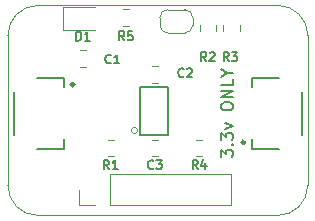
<source format=gbr>
%TF.GenerationSoftware,KiCad,Pcbnew,5.1.5+dfsg1-2~bpo10+1*%
%TF.CreationDate,Date%
%TF.ProjectId,Gesture Sensor,47657374-7572-4652-9053-656e736f722e,rev?*%
%TF.SameCoordinates,Original*%
%TF.FileFunction,Legend,Top*%
%TF.FilePolarity,Positive*%
%FSLAX45Y45*%
G04 Gerber Fmt 4.5, Leading zero omitted, Abs format (unit mm)*
G04 Created by KiCad*
%MOMM*%
%LPD*%
G04 APERTURE LIST*
%ADD10C,0.150000*%
%ADD11C,0.050000*%
%ADD12C,0.300000*%
%ADD13C,0.127000*%
%ADD14C,0.120000*%
%ADD15C,0.203200*%
%ADD16C,0.100000*%
%ADD17R,1.650000X0.700000*%
%ADD18R,1.900000X1.300000*%
%ADD19C,3.900000*%
%ADD20O,1.800000X1.800000*%
%ADD21R,1.800000X1.800000*%
%ADD22R,0.700000X0.820000*%
G04 APERTURE END LIST*
D10*
X14888058Y-5855448D02*
X14888058Y-5793543D01*
X14926153Y-5826876D01*
X14926153Y-5812590D01*
X14930915Y-5803067D01*
X14935677Y-5798305D01*
X14945201Y-5793543D01*
X14969010Y-5793543D01*
X14978534Y-5798305D01*
X14983296Y-5803067D01*
X14988058Y-5812590D01*
X14988058Y-5841162D01*
X14983296Y-5850686D01*
X14978534Y-5855448D01*
X14978534Y-5750686D02*
X14983296Y-5745924D01*
X14988058Y-5750686D01*
X14983296Y-5755448D01*
X14978534Y-5750686D01*
X14988058Y-5750686D01*
X14888058Y-5712590D02*
X14888058Y-5650686D01*
X14926153Y-5684019D01*
X14926153Y-5669733D01*
X14930915Y-5660210D01*
X14935677Y-5655448D01*
X14945201Y-5650686D01*
X14969010Y-5650686D01*
X14978534Y-5655448D01*
X14983296Y-5660210D01*
X14988058Y-5669733D01*
X14988058Y-5698305D01*
X14983296Y-5707829D01*
X14978534Y-5712590D01*
X14921391Y-5617352D02*
X14988058Y-5593543D01*
X14921391Y-5569733D01*
X14888058Y-5436400D02*
X14888058Y-5417352D01*
X14892820Y-5407829D01*
X14902344Y-5398305D01*
X14921391Y-5393543D01*
X14954725Y-5393543D01*
X14973772Y-5398305D01*
X14983296Y-5407829D01*
X14988058Y-5417352D01*
X14988058Y-5436400D01*
X14983296Y-5445924D01*
X14973772Y-5455448D01*
X14954725Y-5460210D01*
X14921391Y-5460210D01*
X14902344Y-5455448D01*
X14892820Y-5445924D01*
X14888058Y-5436400D01*
X14988058Y-5350686D02*
X14888058Y-5350686D01*
X14988058Y-5293543D01*
X14888058Y-5293543D01*
X14988058Y-5198305D02*
X14988058Y-5245924D01*
X14888058Y-5245924D01*
X14940439Y-5145924D02*
X14988058Y-5145924D01*
X14888058Y-5179257D02*
X14940439Y-5145924D01*
X14888058Y-5112591D01*
D11*
X13335000Y-6350000D02*
G75*
G02X13081000Y-6096000I0J254000D01*
G01*
X15367000Y-4572000D02*
G75*
G02X15621000Y-4826000I0J-254000D01*
G01*
X15621000Y-6096000D02*
G75*
G02X15367000Y-6350000I-254000J0D01*
G01*
X13081000Y-4826000D02*
G75*
G02X13335000Y-4572000I254000J0D01*
G01*
X13335000Y-4572000D02*
X15367000Y-4572000D01*
X13081000Y-4826000D02*
X13081000Y-6096000D01*
X15621000Y-4826000D02*
X15621000Y-6096000D01*
X13335000Y-6350000D02*
X15367000Y-6350000D01*
D12*
X13637500Y-5241400D02*
G75*
G03X13637500Y-5241400I-10000J0D01*
G01*
D13*
X13556500Y-5266400D02*
X13556500Y-5186400D01*
X13556500Y-5186400D02*
X13329000Y-5186400D01*
X13556500Y-5706400D02*
X13556500Y-5786400D01*
X13556500Y-5786400D02*
X13329000Y-5786400D01*
X13131500Y-5306400D02*
X13131500Y-5666400D01*
D12*
X15084500Y-5731400D02*
G75*
G03X15084500Y-5731400I-10000J0D01*
G01*
D13*
X15145500Y-5706400D02*
X15145500Y-5786400D01*
X15145500Y-5786400D02*
X15373000Y-5786400D01*
X15145500Y-5266400D02*
X15145500Y-5186400D01*
X15145500Y-5186400D02*
X15373000Y-5186400D01*
X15570500Y-5666400D02*
X15570500Y-5306400D01*
D14*
X14106245Y-4605720D02*
X14053995Y-4605720D01*
X14106245Y-4747720D02*
X14053995Y-4747720D01*
X14676295Y-5849500D02*
X14728545Y-5849500D01*
X14676295Y-5707500D02*
X14728545Y-5707500D01*
X14902300Y-4738915D02*
X14902300Y-4791165D01*
X15044300Y-4738915D02*
X15044300Y-4791165D01*
X14704180Y-4738915D02*
X14704180Y-4791165D01*
X14846180Y-4738915D02*
X14846180Y-4791165D01*
X13925195Y-5849500D02*
X13977445Y-5849500D01*
X13925195Y-5707500D02*
X13977445Y-5707500D01*
X14352625Y-5707500D02*
X14300375Y-5707500D01*
X14352625Y-5849500D02*
X14300375Y-5849500D01*
X14352625Y-5082660D02*
X14300375Y-5082660D01*
X14352625Y-5224660D02*
X14300375Y-5224660D01*
X13740485Y-4950580D02*
X13688235Y-4950580D01*
X13740485Y-5092580D02*
X13688235Y-5092580D01*
X14968000Y-6264000D02*
X14968000Y-5998000D01*
X13946000Y-6264000D02*
X14968000Y-6264000D01*
X13946000Y-5998000D02*
X14968000Y-5998000D01*
X13946000Y-6264000D02*
X13946000Y-5998000D01*
X13819000Y-6264000D02*
X13686000Y-6264000D01*
X13686000Y-6264000D02*
X13686000Y-6131000D01*
X14647440Y-4676720D02*
X14647440Y-4736720D01*
X14437440Y-4606720D02*
X14577440Y-4606720D01*
X14367440Y-4736720D02*
X14367440Y-4676720D01*
X14577440Y-4806720D02*
X14437440Y-4806720D01*
X14647440Y-4736720D02*
G75*
G02X14577440Y-4806720I-70000J0D01*
G01*
X14577440Y-4606720D02*
G75*
G02X14647440Y-4676720I0J-70000D01*
G01*
X14367440Y-4676720D02*
G75*
G02X14437440Y-4606720I70000J0D01*
G01*
X14437440Y-4806720D02*
G75*
G02X14367440Y-4736720I0J70000D01*
G01*
X13818540Y-4585220D02*
X13550040Y-4585220D01*
X13550040Y-4585220D02*
X13550040Y-4777220D01*
X13550040Y-4777220D02*
X13818540Y-4777220D01*
D15*
X14438980Y-5670620D02*
X14196980Y-5670620D01*
D16*
X14178980Y-5630820D02*
G75*
G03X14178980Y-5630820I-25400J0D01*
G01*
D15*
X14438980Y-5266620D02*
X14196980Y-5266620D01*
X14438980Y-5670620D02*
X14438980Y-5266620D01*
X14196980Y-5670620D02*
X14196980Y-5266620D01*
D10*
X14067620Y-4867549D02*
X14042620Y-4831834D01*
X14024763Y-4867549D02*
X14024763Y-4792549D01*
X14053334Y-4792549D01*
X14060477Y-4796120D01*
X14064048Y-4799691D01*
X14067620Y-4806834D01*
X14067620Y-4817549D01*
X14064048Y-4824691D01*
X14060477Y-4828263D01*
X14053334Y-4831834D01*
X14024763Y-4831834D01*
X14135477Y-4792549D02*
X14099763Y-4792549D01*
X14096191Y-4828263D01*
X14099763Y-4824691D01*
X14106906Y-4821120D01*
X14124763Y-4821120D01*
X14131906Y-4824691D01*
X14135477Y-4828263D01*
X14139048Y-4835406D01*
X14139048Y-4853263D01*
X14135477Y-4860406D01*
X14131906Y-4863977D01*
X14124763Y-4867549D01*
X14106906Y-4867549D01*
X14099763Y-4863977D01*
X14096191Y-4860406D01*
X14689920Y-5954668D02*
X14664920Y-5918954D01*
X14647063Y-5954668D02*
X14647063Y-5879668D01*
X14675634Y-5879668D01*
X14682777Y-5883240D01*
X14686348Y-5886811D01*
X14689920Y-5893954D01*
X14689920Y-5904668D01*
X14686348Y-5911811D01*
X14682777Y-5915383D01*
X14675634Y-5918954D01*
X14647063Y-5918954D01*
X14754206Y-5904668D02*
X14754206Y-5954668D01*
X14736348Y-5876097D02*
X14718491Y-5929668D01*
X14764920Y-5929668D01*
X14950640Y-5042809D02*
X14925640Y-5007094D01*
X14907783Y-5042809D02*
X14907783Y-4967809D01*
X14936354Y-4967809D01*
X14943497Y-4971380D01*
X14947068Y-4974951D01*
X14950640Y-4982094D01*
X14950640Y-4992809D01*
X14947068Y-4999951D01*
X14943497Y-5003523D01*
X14936354Y-5007094D01*
X14907783Y-5007094D01*
X14975640Y-4967809D02*
X15022068Y-4967809D01*
X14997068Y-4996380D01*
X15007783Y-4996380D01*
X15014926Y-4999951D01*
X15018497Y-5003523D01*
X15022068Y-5010666D01*
X15022068Y-5028523D01*
X15018497Y-5035666D01*
X15014926Y-5039237D01*
X15007783Y-5042809D01*
X14986354Y-5042809D01*
X14979211Y-5039237D01*
X14975640Y-5035666D01*
X14762680Y-5042809D02*
X14737680Y-5007094D01*
X14719823Y-5042809D02*
X14719823Y-4967809D01*
X14748394Y-4967809D01*
X14755537Y-4971380D01*
X14759108Y-4974951D01*
X14762680Y-4982094D01*
X14762680Y-4992809D01*
X14759108Y-4999951D01*
X14755537Y-5003523D01*
X14748394Y-5007094D01*
X14719823Y-5007094D01*
X14791251Y-4974951D02*
X14794823Y-4971380D01*
X14801966Y-4967809D01*
X14819823Y-4967809D01*
X14826966Y-4971380D01*
X14830537Y-4974951D01*
X14834108Y-4982094D01*
X14834108Y-4989237D01*
X14830537Y-4999951D01*
X14787680Y-5042809D01*
X14834108Y-5042809D01*
X13938820Y-5957208D02*
X13913820Y-5921494D01*
X13895963Y-5957208D02*
X13895963Y-5882208D01*
X13924534Y-5882208D01*
X13931677Y-5885780D01*
X13935248Y-5889351D01*
X13938820Y-5896494D01*
X13938820Y-5907208D01*
X13935248Y-5914351D01*
X13931677Y-5917923D01*
X13924534Y-5921494D01*
X13895963Y-5921494D01*
X14010248Y-5957208D02*
X13967391Y-5957208D01*
X13988820Y-5957208D02*
X13988820Y-5882208D01*
X13981677Y-5892923D01*
X13974534Y-5900066D01*
X13967391Y-5903637D01*
X14314000Y-5950066D02*
X14310428Y-5953637D01*
X14299714Y-5957208D01*
X14292571Y-5957208D01*
X14281857Y-5953637D01*
X14274714Y-5946494D01*
X14271143Y-5939351D01*
X14267571Y-5925066D01*
X14267571Y-5914351D01*
X14271143Y-5900066D01*
X14274714Y-5892923D01*
X14281857Y-5885780D01*
X14292571Y-5882208D01*
X14299714Y-5882208D01*
X14310428Y-5885780D01*
X14314000Y-5889351D01*
X14339000Y-5882208D02*
X14385428Y-5882208D01*
X14360428Y-5910780D01*
X14371143Y-5910780D01*
X14378286Y-5914351D01*
X14381857Y-5917923D01*
X14385428Y-5925066D01*
X14385428Y-5942923D01*
X14381857Y-5950066D01*
X14378286Y-5953637D01*
X14371143Y-5957208D01*
X14349714Y-5957208D01*
X14342571Y-5953637D01*
X14339000Y-5950066D01*
X14569640Y-5172826D02*
X14566068Y-5176397D01*
X14555354Y-5179969D01*
X14548211Y-5179969D01*
X14537497Y-5176397D01*
X14530354Y-5169254D01*
X14526783Y-5162111D01*
X14523211Y-5147826D01*
X14523211Y-5137111D01*
X14526783Y-5122826D01*
X14530354Y-5115683D01*
X14537497Y-5108540D01*
X14548211Y-5104969D01*
X14555354Y-5104969D01*
X14566068Y-5108540D01*
X14569640Y-5112111D01*
X14598211Y-5112111D02*
X14601783Y-5108540D01*
X14608926Y-5104969D01*
X14626783Y-5104969D01*
X14633926Y-5108540D01*
X14637497Y-5112111D01*
X14641068Y-5119254D01*
X14641068Y-5126397D01*
X14637497Y-5137111D01*
X14594640Y-5179969D01*
X14641068Y-5179969D01*
X13952420Y-5055986D02*
X13948848Y-5059557D01*
X13938134Y-5063129D01*
X13930991Y-5063129D01*
X13920277Y-5059557D01*
X13913134Y-5052414D01*
X13909563Y-5045271D01*
X13905991Y-5030986D01*
X13905991Y-5020271D01*
X13909563Y-5005986D01*
X13913134Y-4998843D01*
X13920277Y-4991700D01*
X13930991Y-4988129D01*
X13938134Y-4988129D01*
X13948848Y-4991700D01*
X13952420Y-4995271D01*
X14023848Y-5063129D02*
X13980991Y-5063129D01*
X14002420Y-5063129D02*
X14002420Y-4988129D01*
X13995277Y-4998843D01*
X13988134Y-5005986D01*
X13980991Y-5009557D01*
X13661183Y-4870089D02*
X13661183Y-4795089D01*
X13679040Y-4795089D01*
X13689754Y-4798660D01*
X13696897Y-4805803D01*
X13700468Y-4812946D01*
X13704040Y-4827231D01*
X13704040Y-4837946D01*
X13700468Y-4852231D01*
X13696897Y-4859374D01*
X13689754Y-4866517D01*
X13679040Y-4870089D01*
X13661183Y-4870089D01*
X13775468Y-4870089D02*
X13732611Y-4870089D01*
X13754040Y-4870089D02*
X13754040Y-4795089D01*
X13746897Y-4805803D01*
X13739754Y-4812946D01*
X13732611Y-4816517D01*
%LPC*%
D17*
X13589000Y-5636400D03*
X13589000Y-5536400D03*
X13589000Y-5436400D03*
X13589000Y-5336400D03*
D18*
X13201500Y-5206400D03*
X13201500Y-5766400D03*
D17*
X15113000Y-5336400D03*
X15113000Y-5436400D03*
X15113000Y-5536400D03*
X15113000Y-5636400D03*
D18*
X15500500Y-5766400D03*
X15500500Y-5206400D03*
D19*
X15367000Y-6096000D03*
D10*
G36*
X14015610Y-4601851D02*
G01*
X14018247Y-4602242D01*
X14020834Y-4602890D01*
X14023345Y-4603789D01*
X14025756Y-4604929D01*
X14028043Y-4606300D01*
X14030185Y-4607888D01*
X14032161Y-4609679D01*
X14033952Y-4611655D01*
X14035540Y-4613797D01*
X14036911Y-4616084D01*
X14038051Y-4618495D01*
X14038950Y-4621006D01*
X14039598Y-4623593D01*
X14039989Y-4626230D01*
X14040120Y-4628894D01*
X14040120Y-4724546D01*
X14039989Y-4727210D01*
X14039598Y-4729848D01*
X14038950Y-4732434D01*
X14038051Y-4734945D01*
X14036911Y-4737356D01*
X14035540Y-4739643D01*
X14033952Y-4741785D01*
X14032161Y-4743761D01*
X14030185Y-4745552D01*
X14028043Y-4747140D01*
X14025756Y-4748511D01*
X14023345Y-4749652D01*
X14020834Y-4750550D01*
X14018247Y-4751198D01*
X14015610Y-4751589D01*
X14012946Y-4751720D01*
X13942294Y-4751720D01*
X13939630Y-4751589D01*
X13936992Y-4751198D01*
X13934406Y-4750550D01*
X13931895Y-4749652D01*
X13929484Y-4748511D01*
X13927197Y-4747140D01*
X13925055Y-4745552D01*
X13923079Y-4743761D01*
X13921288Y-4741785D01*
X13919700Y-4739643D01*
X13918329Y-4737356D01*
X13917188Y-4734945D01*
X13916290Y-4732434D01*
X13915642Y-4729848D01*
X13915251Y-4727210D01*
X13915120Y-4724546D01*
X13915120Y-4628894D01*
X13915251Y-4626230D01*
X13915642Y-4623593D01*
X13916290Y-4621006D01*
X13917188Y-4618495D01*
X13918329Y-4616084D01*
X13919700Y-4613797D01*
X13921288Y-4611655D01*
X13923079Y-4609679D01*
X13925055Y-4607888D01*
X13927197Y-4606300D01*
X13929484Y-4604929D01*
X13931895Y-4603789D01*
X13934406Y-4602890D01*
X13936992Y-4602242D01*
X13939630Y-4601851D01*
X13942294Y-4601720D01*
X14012946Y-4601720D01*
X14015610Y-4601851D01*
G37*
G36*
X14220610Y-4601851D02*
G01*
X14223247Y-4602242D01*
X14225834Y-4602890D01*
X14228345Y-4603789D01*
X14230756Y-4604929D01*
X14233043Y-4606300D01*
X14235185Y-4607888D01*
X14237161Y-4609679D01*
X14238952Y-4611655D01*
X14240540Y-4613797D01*
X14241911Y-4616084D01*
X14243051Y-4618495D01*
X14243950Y-4621006D01*
X14244598Y-4623593D01*
X14244989Y-4626230D01*
X14245120Y-4628894D01*
X14245120Y-4724546D01*
X14244989Y-4727210D01*
X14244598Y-4729848D01*
X14243950Y-4732434D01*
X14243051Y-4734945D01*
X14241911Y-4737356D01*
X14240540Y-4739643D01*
X14238952Y-4741785D01*
X14237161Y-4743761D01*
X14235185Y-4745552D01*
X14233043Y-4747140D01*
X14230756Y-4748511D01*
X14228345Y-4749652D01*
X14225834Y-4750550D01*
X14223247Y-4751198D01*
X14220610Y-4751589D01*
X14217946Y-4751720D01*
X14147294Y-4751720D01*
X14144630Y-4751589D01*
X14141992Y-4751198D01*
X14139406Y-4750550D01*
X14136895Y-4749652D01*
X14134484Y-4748511D01*
X14132197Y-4747140D01*
X14130055Y-4745552D01*
X14128079Y-4743761D01*
X14126288Y-4741785D01*
X14124700Y-4739643D01*
X14123329Y-4737356D01*
X14122188Y-4734945D01*
X14121290Y-4732434D01*
X14120642Y-4729848D01*
X14120251Y-4727210D01*
X14120120Y-4724546D01*
X14120120Y-4628894D01*
X14120251Y-4626230D01*
X14120642Y-4623593D01*
X14121290Y-4621006D01*
X14122188Y-4618495D01*
X14123329Y-4616084D01*
X14124700Y-4613797D01*
X14126288Y-4611655D01*
X14128079Y-4609679D01*
X14130055Y-4607888D01*
X14132197Y-4606300D01*
X14134484Y-4604929D01*
X14136895Y-4603789D01*
X14139406Y-4602890D01*
X14141992Y-4602242D01*
X14144630Y-4601851D01*
X14147294Y-4601720D01*
X14217946Y-4601720D01*
X14220610Y-4601851D01*
G37*
G36*
X14842910Y-5703631D02*
G01*
X14845547Y-5704022D01*
X14848134Y-5704670D01*
X14850645Y-5705568D01*
X14853056Y-5706709D01*
X14855343Y-5708080D01*
X14857485Y-5709668D01*
X14859461Y-5711459D01*
X14861252Y-5713435D01*
X14862840Y-5715577D01*
X14864211Y-5717864D01*
X14865351Y-5720275D01*
X14866250Y-5722786D01*
X14866898Y-5725372D01*
X14867289Y-5728010D01*
X14867420Y-5730674D01*
X14867420Y-5826326D01*
X14867289Y-5828990D01*
X14866898Y-5831627D01*
X14866250Y-5834214D01*
X14865351Y-5836725D01*
X14864211Y-5839136D01*
X14862840Y-5841423D01*
X14861252Y-5843565D01*
X14859461Y-5845541D01*
X14857485Y-5847332D01*
X14855343Y-5848920D01*
X14853056Y-5850291D01*
X14850645Y-5851431D01*
X14848134Y-5852330D01*
X14845547Y-5852978D01*
X14842910Y-5853369D01*
X14840246Y-5853500D01*
X14769594Y-5853500D01*
X14766930Y-5853369D01*
X14764292Y-5852978D01*
X14761706Y-5852330D01*
X14759195Y-5851431D01*
X14756784Y-5850291D01*
X14754497Y-5848920D01*
X14752355Y-5847332D01*
X14750379Y-5845541D01*
X14748588Y-5843565D01*
X14747000Y-5841423D01*
X14745629Y-5839136D01*
X14744488Y-5836725D01*
X14743590Y-5834214D01*
X14742942Y-5831627D01*
X14742551Y-5828990D01*
X14742420Y-5826326D01*
X14742420Y-5730674D01*
X14742551Y-5728010D01*
X14742942Y-5725372D01*
X14743590Y-5722786D01*
X14744488Y-5720275D01*
X14745629Y-5717864D01*
X14747000Y-5715577D01*
X14748588Y-5713435D01*
X14750379Y-5711459D01*
X14752355Y-5709668D01*
X14754497Y-5708080D01*
X14756784Y-5706709D01*
X14759195Y-5705568D01*
X14761706Y-5704670D01*
X14764292Y-5704022D01*
X14766930Y-5703631D01*
X14769594Y-5703500D01*
X14840246Y-5703500D01*
X14842910Y-5703631D01*
G37*
G36*
X14637910Y-5703631D02*
G01*
X14640547Y-5704022D01*
X14643134Y-5704670D01*
X14645645Y-5705568D01*
X14648056Y-5706709D01*
X14650343Y-5708080D01*
X14652485Y-5709668D01*
X14654461Y-5711459D01*
X14656252Y-5713435D01*
X14657840Y-5715577D01*
X14659211Y-5717864D01*
X14660351Y-5720275D01*
X14661250Y-5722786D01*
X14661898Y-5725372D01*
X14662289Y-5728010D01*
X14662420Y-5730674D01*
X14662420Y-5826326D01*
X14662289Y-5828990D01*
X14661898Y-5831627D01*
X14661250Y-5834214D01*
X14660351Y-5836725D01*
X14659211Y-5839136D01*
X14657840Y-5841423D01*
X14656252Y-5843565D01*
X14654461Y-5845541D01*
X14652485Y-5847332D01*
X14650343Y-5848920D01*
X14648056Y-5850291D01*
X14645645Y-5851431D01*
X14643134Y-5852330D01*
X14640547Y-5852978D01*
X14637910Y-5853369D01*
X14635246Y-5853500D01*
X14564594Y-5853500D01*
X14561930Y-5853369D01*
X14559292Y-5852978D01*
X14556706Y-5852330D01*
X14554195Y-5851431D01*
X14551784Y-5850291D01*
X14549497Y-5848920D01*
X14547355Y-5847332D01*
X14545379Y-5845541D01*
X14543588Y-5843565D01*
X14542000Y-5841423D01*
X14540629Y-5839136D01*
X14539488Y-5836725D01*
X14538590Y-5834214D01*
X14537942Y-5831627D01*
X14537551Y-5828990D01*
X14537420Y-5826326D01*
X14537420Y-5730674D01*
X14537551Y-5728010D01*
X14537942Y-5725372D01*
X14538590Y-5722786D01*
X14539488Y-5720275D01*
X14540629Y-5717864D01*
X14542000Y-5715577D01*
X14543588Y-5713435D01*
X14545379Y-5711459D01*
X14547355Y-5709668D01*
X14549497Y-5708080D01*
X14551784Y-5706709D01*
X14554195Y-5705568D01*
X14556706Y-5704670D01*
X14559292Y-5704022D01*
X14561930Y-5703631D01*
X14564594Y-5703500D01*
X14635246Y-5703500D01*
X14637910Y-5703631D01*
G37*
G36*
X15023790Y-4805171D02*
G01*
X15026427Y-4805562D01*
X15029014Y-4806210D01*
X15031525Y-4807109D01*
X15033936Y-4808249D01*
X15036223Y-4809620D01*
X15038365Y-4811208D01*
X15040341Y-4812999D01*
X15042132Y-4814975D01*
X15043720Y-4817117D01*
X15045091Y-4819404D01*
X15046231Y-4821815D01*
X15047130Y-4824326D01*
X15047778Y-4826913D01*
X15048169Y-4829550D01*
X15048300Y-4832214D01*
X15048300Y-4902866D01*
X15048169Y-4905530D01*
X15047778Y-4908168D01*
X15047130Y-4910754D01*
X15046231Y-4913265D01*
X15045091Y-4915676D01*
X15043720Y-4917963D01*
X15042132Y-4920105D01*
X15040341Y-4922081D01*
X15038365Y-4923872D01*
X15036223Y-4925460D01*
X15033936Y-4926831D01*
X15031525Y-4927972D01*
X15029014Y-4928870D01*
X15026427Y-4929518D01*
X15023790Y-4929909D01*
X15021126Y-4930040D01*
X14925474Y-4930040D01*
X14922810Y-4929909D01*
X14920172Y-4929518D01*
X14917586Y-4928870D01*
X14915075Y-4927972D01*
X14912664Y-4926831D01*
X14910377Y-4925460D01*
X14908235Y-4923872D01*
X14906259Y-4922081D01*
X14904468Y-4920105D01*
X14902880Y-4917963D01*
X14901509Y-4915676D01*
X14900368Y-4913265D01*
X14899470Y-4910754D01*
X14898822Y-4908168D01*
X14898431Y-4905530D01*
X14898300Y-4902866D01*
X14898300Y-4832214D01*
X14898431Y-4829550D01*
X14898822Y-4826913D01*
X14899470Y-4824326D01*
X14900368Y-4821815D01*
X14901509Y-4819404D01*
X14902880Y-4817117D01*
X14904468Y-4814975D01*
X14906259Y-4812999D01*
X14908235Y-4811208D01*
X14910377Y-4809620D01*
X14912664Y-4808249D01*
X14915075Y-4807109D01*
X14917586Y-4806210D01*
X14920172Y-4805562D01*
X14922810Y-4805171D01*
X14925474Y-4805040D01*
X15021126Y-4805040D01*
X15023790Y-4805171D01*
G37*
G36*
X15023790Y-4600171D02*
G01*
X15026427Y-4600562D01*
X15029014Y-4601210D01*
X15031525Y-4602109D01*
X15033936Y-4603249D01*
X15036223Y-4604620D01*
X15038365Y-4606208D01*
X15040341Y-4607999D01*
X15042132Y-4609975D01*
X15043720Y-4612117D01*
X15045091Y-4614404D01*
X15046231Y-4616815D01*
X15047130Y-4619326D01*
X15047778Y-4621913D01*
X15048169Y-4624550D01*
X15048300Y-4627214D01*
X15048300Y-4697866D01*
X15048169Y-4700530D01*
X15047778Y-4703168D01*
X15047130Y-4705754D01*
X15046231Y-4708265D01*
X15045091Y-4710676D01*
X15043720Y-4712963D01*
X15042132Y-4715105D01*
X15040341Y-4717081D01*
X15038365Y-4718872D01*
X15036223Y-4720460D01*
X15033936Y-4721831D01*
X15031525Y-4722972D01*
X15029014Y-4723870D01*
X15026427Y-4724518D01*
X15023790Y-4724909D01*
X15021126Y-4725040D01*
X14925474Y-4725040D01*
X14922810Y-4724909D01*
X14920172Y-4724518D01*
X14917586Y-4723870D01*
X14915075Y-4722972D01*
X14912664Y-4721831D01*
X14910377Y-4720460D01*
X14908235Y-4718872D01*
X14906259Y-4717081D01*
X14904468Y-4715105D01*
X14902880Y-4712963D01*
X14901509Y-4710676D01*
X14900368Y-4708265D01*
X14899470Y-4705754D01*
X14898822Y-4703168D01*
X14898431Y-4700530D01*
X14898300Y-4697866D01*
X14898300Y-4627214D01*
X14898431Y-4624550D01*
X14898822Y-4621913D01*
X14899470Y-4619326D01*
X14900368Y-4616815D01*
X14901509Y-4614404D01*
X14902880Y-4612117D01*
X14904468Y-4609975D01*
X14906259Y-4607999D01*
X14908235Y-4606208D01*
X14910377Y-4604620D01*
X14912664Y-4603249D01*
X14915075Y-4602109D01*
X14917586Y-4601210D01*
X14920172Y-4600562D01*
X14922810Y-4600171D01*
X14925474Y-4600040D01*
X15021126Y-4600040D01*
X15023790Y-4600171D01*
G37*
G36*
X14825670Y-4805171D02*
G01*
X14828307Y-4805562D01*
X14830894Y-4806210D01*
X14833405Y-4807109D01*
X14835816Y-4808249D01*
X14838103Y-4809620D01*
X14840245Y-4811208D01*
X14842221Y-4812999D01*
X14844012Y-4814975D01*
X14845600Y-4817117D01*
X14846971Y-4819404D01*
X14848111Y-4821815D01*
X14849010Y-4824326D01*
X14849658Y-4826913D01*
X14850049Y-4829550D01*
X14850180Y-4832214D01*
X14850180Y-4902866D01*
X14850049Y-4905530D01*
X14849658Y-4908168D01*
X14849010Y-4910754D01*
X14848111Y-4913265D01*
X14846971Y-4915676D01*
X14845600Y-4917963D01*
X14844012Y-4920105D01*
X14842221Y-4922081D01*
X14840245Y-4923872D01*
X14838103Y-4925460D01*
X14835816Y-4926831D01*
X14833405Y-4927972D01*
X14830894Y-4928870D01*
X14828307Y-4929518D01*
X14825670Y-4929909D01*
X14823006Y-4930040D01*
X14727354Y-4930040D01*
X14724690Y-4929909D01*
X14722052Y-4929518D01*
X14719466Y-4928870D01*
X14716955Y-4927972D01*
X14714544Y-4926831D01*
X14712257Y-4925460D01*
X14710115Y-4923872D01*
X14708139Y-4922081D01*
X14706348Y-4920105D01*
X14704760Y-4917963D01*
X14703389Y-4915676D01*
X14702248Y-4913265D01*
X14701350Y-4910754D01*
X14700702Y-4908168D01*
X14700311Y-4905530D01*
X14700180Y-4902866D01*
X14700180Y-4832214D01*
X14700311Y-4829550D01*
X14700702Y-4826913D01*
X14701350Y-4824326D01*
X14702248Y-4821815D01*
X14703389Y-4819404D01*
X14704760Y-4817117D01*
X14706348Y-4814975D01*
X14708139Y-4812999D01*
X14710115Y-4811208D01*
X14712257Y-4809620D01*
X14714544Y-4808249D01*
X14716955Y-4807109D01*
X14719466Y-4806210D01*
X14722052Y-4805562D01*
X14724690Y-4805171D01*
X14727354Y-4805040D01*
X14823006Y-4805040D01*
X14825670Y-4805171D01*
G37*
G36*
X14825670Y-4600171D02*
G01*
X14828307Y-4600562D01*
X14830894Y-4601210D01*
X14833405Y-4602109D01*
X14835816Y-4603249D01*
X14838103Y-4604620D01*
X14840245Y-4606208D01*
X14842221Y-4607999D01*
X14844012Y-4609975D01*
X14845600Y-4612117D01*
X14846971Y-4614404D01*
X14848111Y-4616815D01*
X14849010Y-4619326D01*
X14849658Y-4621913D01*
X14850049Y-4624550D01*
X14850180Y-4627214D01*
X14850180Y-4697866D01*
X14850049Y-4700530D01*
X14849658Y-4703168D01*
X14849010Y-4705754D01*
X14848111Y-4708265D01*
X14846971Y-4710676D01*
X14845600Y-4712963D01*
X14844012Y-4715105D01*
X14842221Y-4717081D01*
X14840245Y-4718872D01*
X14838103Y-4720460D01*
X14835816Y-4721831D01*
X14833405Y-4722972D01*
X14830894Y-4723870D01*
X14828307Y-4724518D01*
X14825670Y-4724909D01*
X14823006Y-4725040D01*
X14727354Y-4725040D01*
X14724690Y-4724909D01*
X14722052Y-4724518D01*
X14719466Y-4723870D01*
X14716955Y-4722972D01*
X14714544Y-4721831D01*
X14712257Y-4720460D01*
X14710115Y-4718872D01*
X14708139Y-4717081D01*
X14706348Y-4715105D01*
X14704760Y-4712963D01*
X14703389Y-4710676D01*
X14702248Y-4708265D01*
X14701350Y-4705754D01*
X14700702Y-4703168D01*
X14700311Y-4700530D01*
X14700180Y-4697866D01*
X14700180Y-4627214D01*
X14700311Y-4624550D01*
X14700702Y-4621913D01*
X14701350Y-4619326D01*
X14702248Y-4616815D01*
X14703389Y-4614404D01*
X14704760Y-4612117D01*
X14706348Y-4609975D01*
X14708139Y-4607999D01*
X14710115Y-4606208D01*
X14712257Y-4604620D01*
X14714544Y-4603249D01*
X14716955Y-4602109D01*
X14719466Y-4601210D01*
X14722052Y-4600562D01*
X14724690Y-4600171D01*
X14727354Y-4600040D01*
X14823006Y-4600040D01*
X14825670Y-4600171D01*
G37*
G36*
X14091810Y-5703631D02*
G01*
X14094447Y-5704022D01*
X14097034Y-5704670D01*
X14099545Y-5705568D01*
X14101956Y-5706709D01*
X14104243Y-5708080D01*
X14106385Y-5709668D01*
X14108361Y-5711459D01*
X14110152Y-5713435D01*
X14111740Y-5715577D01*
X14113111Y-5717864D01*
X14114251Y-5720275D01*
X14115150Y-5722786D01*
X14115798Y-5725372D01*
X14116189Y-5728010D01*
X14116320Y-5730674D01*
X14116320Y-5826326D01*
X14116189Y-5828990D01*
X14115798Y-5831627D01*
X14115150Y-5834214D01*
X14114251Y-5836725D01*
X14113111Y-5839136D01*
X14111740Y-5841423D01*
X14110152Y-5843565D01*
X14108361Y-5845541D01*
X14106385Y-5847332D01*
X14104243Y-5848920D01*
X14101956Y-5850291D01*
X14099545Y-5851431D01*
X14097034Y-5852330D01*
X14094447Y-5852978D01*
X14091810Y-5853369D01*
X14089146Y-5853500D01*
X14018494Y-5853500D01*
X14015830Y-5853369D01*
X14013192Y-5852978D01*
X14010606Y-5852330D01*
X14008095Y-5851431D01*
X14005684Y-5850291D01*
X14003397Y-5848920D01*
X14001255Y-5847332D01*
X13999279Y-5845541D01*
X13997488Y-5843565D01*
X13995900Y-5841423D01*
X13994529Y-5839136D01*
X13993388Y-5836725D01*
X13992490Y-5834214D01*
X13991842Y-5831627D01*
X13991451Y-5828990D01*
X13991320Y-5826326D01*
X13991320Y-5730674D01*
X13991451Y-5728010D01*
X13991842Y-5725372D01*
X13992490Y-5722786D01*
X13993388Y-5720275D01*
X13994529Y-5717864D01*
X13995900Y-5715577D01*
X13997488Y-5713435D01*
X13999279Y-5711459D01*
X14001255Y-5709668D01*
X14003397Y-5708080D01*
X14005684Y-5706709D01*
X14008095Y-5705568D01*
X14010606Y-5704670D01*
X14013192Y-5704022D01*
X14015830Y-5703631D01*
X14018494Y-5703500D01*
X14089146Y-5703500D01*
X14091810Y-5703631D01*
G37*
G36*
X13886810Y-5703631D02*
G01*
X13889447Y-5704022D01*
X13892034Y-5704670D01*
X13894545Y-5705568D01*
X13896956Y-5706709D01*
X13899243Y-5708080D01*
X13901385Y-5709668D01*
X13903361Y-5711459D01*
X13905152Y-5713435D01*
X13906740Y-5715577D01*
X13908111Y-5717864D01*
X13909251Y-5720275D01*
X13910150Y-5722786D01*
X13910798Y-5725372D01*
X13911189Y-5728010D01*
X13911320Y-5730674D01*
X13911320Y-5826326D01*
X13911189Y-5828990D01*
X13910798Y-5831627D01*
X13910150Y-5834214D01*
X13909251Y-5836725D01*
X13908111Y-5839136D01*
X13906740Y-5841423D01*
X13905152Y-5843565D01*
X13903361Y-5845541D01*
X13901385Y-5847332D01*
X13899243Y-5848920D01*
X13896956Y-5850291D01*
X13894545Y-5851431D01*
X13892034Y-5852330D01*
X13889447Y-5852978D01*
X13886810Y-5853369D01*
X13884146Y-5853500D01*
X13813494Y-5853500D01*
X13810830Y-5853369D01*
X13808192Y-5852978D01*
X13805606Y-5852330D01*
X13803095Y-5851431D01*
X13800684Y-5850291D01*
X13798397Y-5848920D01*
X13796255Y-5847332D01*
X13794279Y-5845541D01*
X13792488Y-5843565D01*
X13790900Y-5841423D01*
X13789529Y-5839136D01*
X13788388Y-5836725D01*
X13787490Y-5834214D01*
X13786842Y-5831627D01*
X13786451Y-5828990D01*
X13786320Y-5826326D01*
X13786320Y-5730674D01*
X13786451Y-5728010D01*
X13786842Y-5725372D01*
X13787490Y-5722786D01*
X13788388Y-5720275D01*
X13789529Y-5717864D01*
X13790900Y-5715577D01*
X13792488Y-5713435D01*
X13794279Y-5711459D01*
X13796255Y-5709668D01*
X13798397Y-5708080D01*
X13800684Y-5706709D01*
X13803095Y-5705568D01*
X13805606Y-5704670D01*
X13808192Y-5704022D01*
X13810830Y-5703631D01*
X13813494Y-5703500D01*
X13884146Y-5703500D01*
X13886810Y-5703631D01*
G37*
G36*
X14261990Y-5703631D02*
G01*
X14264627Y-5704022D01*
X14267214Y-5704670D01*
X14269725Y-5705568D01*
X14272136Y-5706709D01*
X14274423Y-5708080D01*
X14276565Y-5709668D01*
X14278541Y-5711459D01*
X14280332Y-5713435D01*
X14281920Y-5715577D01*
X14283291Y-5717864D01*
X14284431Y-5720275D01*
X14285330Y-5722786D01*
X14285978Y-5725372D01*
X14286369Y-5728010D01*
X14286500Y-5730674D01*
X14286500Y-5826326D01*
X14286369Y-5828990D01*
X14285978Y-5831627D01*
X14285330Y-5834214D01*
X14284431Y-5836725D01*
X14283291Y-5839136D01*
X14281920Y-5841423D01*
X14280332Y-5843565D01*
X14278541Y-5845541D01*
X14276565Y-5847332D01*
X14274423Y-5848920D01*
X14272136Y-5850291D01*
X14269725Y-5851431D01*
X14267214Y-5852330D01*
X14264627Y-5852978D01*
X14261990Y-5853369D01*
X14259326Y-5853500D01*
X14188674Y-5853500D01*
X14186010Y-5853369D01*
X14183372Y-5852978D01*
X14180786Y-5852330D01*
X14178275Y-5851431D01*
X14175864Y-5850291D01*
X14173577Y-5848920D01*
X14171435Y-5847332D01*
X14169459Y-5845541D01*
X14167668Y-5843565D01*
X14166080Y-5841423D01*
X14164709Y-5839136D01*
X14163568Y-5836725D01*
X14162670Y-5834214D01*
X14162022Y-5831627D01*
X14161631Y-5828990D01*
X14161500Y-5826326D01*
X14161500Y-5730674D01*
X14161631Y-5728010D01*
X14162022Y-5725372D01*
X14162670Y-5722786D01*
X14163568Y-5720275D01*
X14164709Y-5717864D01*
X14166080Y-5715577D01*
X14167668Y-5713435D01*
X14169459Y-5711459D01*
X14171435Y-5709668D01*
X14173577Y-5708080D01*
X14175864Y-5706709D01*
X14178275Y-5705568D01*
X14180786Y-5704670D01*
X14183372Y-5704022D01*
X14186010Y-5703631D01*
X14188674Y-5703500D01*
X14259326Y-5703500D01*
X14261990Y-5703631D01*
G37*
G36*
X14466990Y-5703631D02*
G01*
X14469627Y-5704022D01*
X14472214Y-5704670D01*
X14474725Y-5705568D01*
X14477136Y-5706709D01*
X14479423Y-5708080D01*
X14481565Y-5709668D01*
X14483541Y-5711459D01*
X14485332Y-5713435D01*
X14486920Y-5715577D01*
X14488291Y-5717864D01*
X14489431Y-5720275D01*
X14490330Y-5722786D01*
X14490978Y-5725372D01*
X14491369Y-5728010D01*
X14491500Y-5730674D01*
X14491500Y-5826326D01*
X14491369Y-5828990D01*
X14490978Y-5831627D01*
X14490330Y-5834214D01*
X14489431Y-5836725D01*
X14488291Y-5839136D01*
X14486920Y-5841423D01*
X14485332Y-5843565D01*
X14483541Y-5845541D01*
X14481565Y-5847332D01*
X14479423Y-5848920D01*
X14477136Y-5850291D01*
X14474725Y-5851431D01*
X14472214Y-5852330D01*
X14469627Y-5852978D01*
X14466990Y-5853369D01*
X14464326Y-5853500D01*
X14393674Y-5853500D01*
X14391010Y-5853369D01*
X14388372Y-5852978D01*
X14385786Y-5852330D01*
X14383275Y-5851431D01*
X14380864Y-5850291D01*
X14378577Y-5848920D01*
X14376435Y-5847332D01*
X14374459Y-5845541D01*
X14372668Y-5843565D01*
X14371080Y-5841423D01*
X14369709Y-5839136D01*
X14368568Y-5836725D01*
X14367670Y-5834214D01*
X14367022Y-5831627D01*
X14366631Y-5828990D01*
X14366500Y-5826326D01*
X14366500Y-5730674D01*
X14366631Y-5728010D01*
X14367022Y-5725372D01*
X14367670Y-5722786D01*
X14368568Y-5720275D01*
X14369709Y-5717864D01*
X14371080Y-5715577D01*
X14372668Y-5713435D01*
X14374459Y-5711459D01*
X14376435Y-5709668D01*
X14378577Y-5708080D01*
X14380864Y-5706709D01*
X14383275Y-5705568D01*
X14385786Y-5704670D01*
X14388372Y-5704022D01*
X14391010Y-5703631D01*
X14393674Y-5703500D01*
X14464326Y-5703500D01*
X14466990Y-5703631D01*
G37*
G36*
X14261990Y-5078791D02*
G01*
X14264627Y-5079182D01*
X14267214Y-5079830D01*
X14269725Y-5080729D01*
X14272136Y-5081869D01*
X14274423Y-5083240D01*
X14276565Y-5084828D01*
X14278541Y-5086619D01*
X14280332Y-5088595D01*
X14281920Y-5090737D01*
X14283291Y-5093024D01*
X14284431Y-5095435D01*
X14285330Y-5097946D01*
X14285978Y-5100533D01*
X14286369Y-5103170D01*
X14286500Y-5105834D01*
X14286500Y-5201486D01*
X14286369Y-5204150D01*
X14285978Y-5206788D01*
X14285330Y-5209374D01*
X14284431Y-5211885D01*
X14283291Y-5214296D01*
X14281920Y-5216583D01*
X14280332Y-5218725D01*
X14278541Y-5220701D01*
X14276565Y-5222492D01*
X14274423Y-5224080D01*
X14272136Y-5225451D01*
X14269725Y-5226592D01*
X14267214Y-5227490D01*
X14264627Y-5228138D01*
X14261990Y-5228529D01*
X14259326Y-5228660D01*
X14188674Y-5228660D01*
X14186010Y-5228529D01*
X14183372Y-5228138D01*
X14180786Y-5227490D01*
X14178275Y-5226592D01*
X14175864Y-5225451D01*
X14173577Y-5224080D01*
X14171435Y-5222492D01*
X14169459Y-5220701D01*
X14167668Y-5218725D01*
X14166080Y-5216583D01*
X14164709Y-5214296D01*
X14163568Y-5211885D01*
X14162670Y-5209374D01*
X14162022Y-5206788D01*
X14161631Y-5204150D01*
X14161500Y-5201486D01*
X14161500Y-5105834D01*
X14161631Y-5103170D01*
X14162022Y-5100533D01*
X14162670Y-5097946D01*
X14163568Y-5095435D01*
X14164709Y-5093024D01*
X14166080Y-5090737D01*
X14167668Y-5088595D01*
X14169459Y-5086619D01*
X14171435Y-5084828D01*
X14173577Y-5083240D01*
X14175864Y-5081869D01*
X14178275Y-5080729D01*
X14180786Y-5079830D01*
X14183372Y-5079182D01*
X14186010Y-5078791D01*
X14188674Y-5078660D01*
X14259326Y-5078660D01*
X14261990Y-5078791D01*
G37*
G36*
X14466990Y-5078791D02*
G01*
X14469627Y-5079182D01*
X14472214Y-5079830D01*
X14474725Y-5080729D01*
X14477136Y-5081869D01*
X14479423Y-5083240D01*
X14481565Y-5084828D01*
X14483541Y-5086619D01*
X14485332Y-5088595D01*
X14486920Y-5090737D01*
X14488291Y-5093024D01*
X14489431Y-5095435D01*
X14490330Y-5097946D01*
X14490978Y-5100533D01*
X14491369Y-5103170D01*
X14491500Y-5105834D01*
X14491500Y-5201486D01*
X14491369Y-5204150D01*
X14490978Y-5206788D01*
X14490330Y-5209374D01*
X14489431Y-5211885D01*
X14488291Y-5214296D01*
X14486920Y-5216583D01*
X14485332Y-5218725D01*
X14483541Y-5220701D01*
X14481565Y-5222492D01*
X14479423Y-5224080D01*
X14477136Y-5225451D01*
X14474725Y-5226592D01*
X14472214Y-5227490D01*
X14469627Y-5228138D01*
X14466990Y-5228529D01*
X14464326Y-5228660D01*
X14393674Y-5228660D01*
X14391010Y-5228529D01*
X14388372Y-5228138D01*
X14385786Y-5227490D01*
X14383275Y-5226592D01*
X14380864Y-5225451D01*
X14378577Y-5224080D01*
X14376435Y-5222492D01*
X14374459Y-5220701D01*
X14372668Y-5218725D01*
X14371080Y-5216583D01*
X14369709Y-5214296D01*
X14368568Y-5211885D01*
X14367670Y-5209374D01*
X14367022Y-5206788D01*
X14366631Y-5204150D01*
X14366500Y-5201486D01*
X14366500Y-5105834D01*
X14366631Y-5103170D01*
X14367022Y-5100533D01*
X14367670Y-5097946D01*
X14368568Y-5095435D01*
X14369709Y-5093024D01*
X14371080Y-5090737D01*
X14372668Y-5088595D01*
X14374459Y-5086619D01*
X14376435Y-5084828D01*
X14378577Y-5083240D01*
X14380864Y-5081869D01*
X14383275Y-5080729D01*
X14385786Y-5079830D01*
X14388372Y-5079182D01*
X14391010Y-5078791D01*
X14393674Y-5078660D01*
X14464326Y-5078660D01*
X14466990Y-5078791D01*
G37*
G36*
X13649850Y-4946711D02*
G01*
X13652487Y-4947102D01*
X13655074Y-4947750D01*
X13657585Y-4948649D01*
X13659996Y-4949789D01*
X13662283Y-4951160D01*
X13664425Y-4952748D01*
X13666401Y-4954539D01*
X13668192Y-4956515D01*
X13669780Y-4958657D01*
X13671151Y-4960944D01*
X13672291Y-4963355D01*
X13673190Y-4965866D01*
X13673838Y-4968453D01*
X13674229Y-4971090D01*
X13674360Y-4973754D01*
X13674360Y-5069406D01*
X13674229Y-5072070D01*
X13673838Y-5074708D01*
X13673190Y-5077294D01*
X13672291Y-5079805D01*
X13671151Y-5082216D01*
X13669780Y-5084503D01*
X13668192Y-5086645D01*
X13666401Y-5088621D01*
X13664425Y-5090412D01*
X13662283Y-5092000D01*
X13659996Y-5093371D01*
X13657585Y-5094512D01*
X13655074Y-5095410D01*
X13652487Y-5096058D01*
X13649850Y-5096449D01*
X13647186Y-5096580D01*
X13576534Y-5096580D01*
X13573870Y-5096449D01*
X13571232Y-5096058D01*
X13568646Y-5095410D01*
X13566135Y-5094512D01*
X13563724Y-5093371D01*
X13561437Y-5092000D01*
X13559295Y-5090412D01*
X13557319Y-5088621D01*
X13555528Y-5086645D01*
X13553940Y-5084503D01*
X13552569Y-5082216D01*
X13551428Y-5079805D01*
X13550530Y-5077294D01*
X13549882Y-5074708D01*
X13549491Y-5072070D01*
X13549360Y-5069406D01*
X13549360Y-4973754D01*
X13549491Y-4971090D01*
X13549882Y-4968453D01*
X13550530Y-4965866D01*
X13551428Y-4963355D01*
X13552569Y-4960944D01*
X13553940Y-4958657D01*
X13555528Y-4956515D01*
X13557319Y-4954539D01*
X13559295Y-4952748D01*
X13561437Y-4951160D01*
X13563724Y-4949789D01*
X13566135Y-4948649D01*
X13568646Y-4947750D01*
X13571232Y-4947102D01*
X13573870Y-4946711D01*
X13576534Y-4946580D01*
X13647186Y-4946580D01*
X13649850Y-4946711D01*
G37*
G36*
X13854850Y-4946711D02*
G01*
X13857487Y-4947102D01*
X13860074Y-4947750D01*
X13862585Y-4948649D01*
X13864996Y-4949789D01*
X13867283Y-4951160D01*
X13869425Y-4952748D01*
X13871401Y-4954539D01*
X13873192Y-4956515D01*
X13874780Y-4958657D01*
X13876151Y-4960944D01*
X13877291Y-4963355D01*
X13878190Y-4965866D01*
X13878838Y-4968453D01*
X13879229Y-4971090D01*
X13879360Y-4973754D01*
X13879360Y-5069406D01*
X13879229Y-5072070D01*
X13878838Y-5074708D01*
X13878190Y-5077294D01*
X13877291Y-5079805D01*
X13876151Y-5082216D01*
X13874780Y-5084503D01*
X13873192Y-5086645D01*
X13871401Y-5088621D01*
X13869425Y-5090412D01*
X13867283Y-5092000D01*
X13864996Y-5093371D01*
X13862585Y-5094512D01*
X13860074Y-5095410D01*
X13857487Y-5096058D01*
X13854850Y-5096449D01*
X13852186Y-5096580D01*
X13781534Y-5096580D01*
X13778870Y-5096449D01*
X13776232Y-5096058D01*
X13773646Y-5095410D01*
X13771135Y-5094512D01*
X13768724Y-5093371D01*
X13766437Y-5092000D01*
X13764295Y-5090412D01*
X13762319Y-5088621D01*
X13760528Y-5086645D01*
X13758940Y-5084503D01*
X13757569Y-5082216D01*
X13756428Y-5079805D01*
X13755530Y-5077294D01*
X13754882Y-5074708D01*
X13754491Y-5072070D01*
X13754360Y-5069406D01*
X13754360Y-4973754D01*
X13754491Y-4971090D01*
X13754882Y-4968453D01*
X13755530Y-4965866D01*
X13756428Y-4963355D01*
X13757569Y-4960944D01*
X13758940Y-4958657D01*
X13760528Y-4956515D01*
X13762319Y-4954539D01*
X13764295Y-4952748D01*
X13766437Y-4951160D01*
X13768724Y-4949789D01*
X13771135Y-4948649D01*
X13773646Y-4947750D01*
X13776232Y-4947102D01*
X13778870Y-4946711D01*
X13781534Y-4946580D01*
X13852186Y-4946580D01*
X13854850Y-4946711D01*
G37*
D20*
X14835000Y-6131000D03*
X14581000Y-6131000D03*
X14327000Y-6131000D03*
X14073000Y-6131000D03*
D21*
X13819000Y-6131000D03*
D19*
X13335000Y-6096000D03*
X13335000Y-4826000D03*
X15367000Y-4826000D03*
D10*
G36*
X14521464Y-4786624D02*
G01*
X14520527Y-4786339D01*
X14519662Y-4785877D01*
X14518904Y-4785256D01*
X14518283Y-4784498D01*
X14517821Y-4783633D01*
X14517536Y-4782696D01*
X14517440Y-4781720D01*
X14517440Y-4631720D01*
X14517536Y-4630745D01*
X14517821Y-4629807D01*
X14518283Y-4628942D01*
X14518904Y-4628185D01*
X14519662Y-4627563D01*
X14520527Y-4627101D01*
X14521464Y-4626816D01*
X14522440Y-4626720D01*
X14572440Y-4626720D01*
X14573051Y-4626780D01*
X14574893Y-4626780D01*
X14575383Y-4626804D01*
X14580267Y-4627285D01*
X14580752Y-4627357D01*
X14585564Y-4628315D01*
X14586040Y-4628434D01*
X14590736Y-4629858D01*
X14591198Y-4630023D01*
X14595731Y-4631901D01*
X14596175Y-4632111D01*
X14600502Y-4634424D01*
X14600923Y-4634676D01*
X14605003Y-4637402D01*
X14605397Y-4637695D01*
X14609190Y-4640807D01*
X14609553Y-4641137D01*
X14613023Y-4644607D01*
X14613353Y-4644970D01*
X14616465Y-4648763D01*
X14616758Y-4649157D01*
X14619484Y-4653237D01*
X14619736Y-4653658D01*
X14622049Y-4657985D01*
X14622259Y-4658429D01*
X14624137Y-4662962D01*
X14624302Y-4663424D01*
X14625726Y-4668120D01*
X14625845Y-4668596D01*
X14626803Y-4673408D01*
X14626875Y-4673893D01*
X14627356Y-4678777D01*
X14627380Y-4679267D01*
X14627380Y-4681109D01*
X14627440Y-4681720D01*
X14627440Y-4731720D01*
X14627380Y-4732331D01*
X14627380Y-4734173D01*
X14627356Y-4734664D01*
X14626875Y-4739547D01*
X14626803Y-4740032D01*
X14625845Y-4744844D01*
X14625726Y-4745321D01*
X14624302Y-4750016D01*
X14624137Y-4750478D01*
X14622259Y-4755011D01*
X14622049Y-4755455D01*
X14619736Y-4759782D01*
X14619484Y-4760203D01*
X14616758Y-4764283D01*
X14616465Y-4764677D01*
X14613353Y-4768470D01*
X14613023Y-4768833D01*
X14609553Y-4772303D01*
X14609190Y-4772633D01*
X14605397Y-4775745D01*
X14605003Y-4776038D01*
X14600923Y-4778764D01*
X14600502Y-4779016D01*
X14596175Y-4781329D01*
X14595731Y-4781539D01*
X14591198Y-4783417D01*
X14590736Y-4783582D01*
X14586040Y-4785006D01*
X14585564Y-4785126D01*
X14580752Y-4786083D01*
X14580267Y-4786155D01*
X14575383Y-4786636D01*
X14574893Y-4786660D01*
X14573051Y-4786660D01*
X14572440Y-4786720D01*
X14522440Y-4786720D01*
X14521464Y-4786624D01*
G37*
G36*
X14441829Y-4786660D02*
G01*
X14439987Y-4786660D01*
X14439496Y-4786636D01*
X14434613Y-4786155D01*
X14434128Y-4786083D01*
X14429316Y-4785126D01*
X14428839Y-4785006D01*
X14424144Y-4783582D01*
X14423682Y-4783417D01*
X14419149Y-4781539D01*
X14418705Y-4781329D01*
X14414378Y-4779016D01*
X14413957Y-4778764D01*
X14409877Y-4776038D01*
X14409483Y-4775745D01*
X14405690Y-4772633D01*
X14405327Y-4772303D01*
X14401857Y-4768833D01*
X14401527Y-4768470D01*
X14398415Y-4764677D01*
X14398122Y-4764283D01*
X14395396Y-4760203D01*
X14395144Y-4759782D01*
X14392831Y-4755455D01*
X14392621Y-4755011D01*
X14390743Y-4750478D01*
X14390578Y-4750016D01*
X14389154Y-4745321D01*
X14389034Y-4744844D01*
X14388077Y-4740032D01*
X14388005Y-4739547D01*
X14387524Y-4734664D01*
X14387500Y-4734173D01*
X14387500Y-4732331D01*
X14387440Y-4731720D01*
X14387440Y-4681720D01*
X14387500Y-4681109D01*
X14387500Y-4679267D01*
X14387524Y-4678777D01*
X14388005Y-4673893D01*
X14388077Y-4673408D01*
X14389034Y-4668596D01*
X14389154Y-4668120D01*
X14390578Y-4663424D01*
X14390743Y-4662962D01*
X14392621Y-4658429D01*
X14392831Y-4657985D01*
X14395144Y-4653658D01*
X14395396Y-4653237D01*
X14398122Y-4649157D01*
X14398415Y-4648763D01*
X14401527Y-4644970D01*
X14401857Y-4644607D01*
X14405327Y-4641137D01*
X14405690Y-4640807D01*
X14409483Y-4637695D01*
X14409877Y-4637402D01*
X14413957Y-4634676D01*
X14414378Y-4634424D01*
X14418705Y-4632111D01*
X14419149Y-4631901D01*
X14423682Y-4630023D01*
X14424144Y-4629858D01*
X14428839Y-4628434D01*
X14429316Y-4628315D01*
X14434128Y-4627357D01*
X14434613Y-4627285D01*
X14439496Y-4626804D01*
X14439987Y-4626780D01*
X14441829Y-4626780D01*
X14442440Y-4626720D01*
X14492440Y-4626720D01*
X14493415Y-4626816D01*
X14494353Y-4627101D01*
X14495218Y-4627563D01*
X14495975Y-4628185D01*
X14496597Y-4628942D01*
X14497059Y-4629807D01*
X14497344Y-4630745D01*
X14497440Y-4631720D01*
X14497440Y-4781720D01*
X14497344Y-4782696D01*
X14497059Y-4783633D01*
X14496597Y-4784498D01*
X14495975Y-4785256D01*
X14495218Y-4785877D01*
X14494353Y-4786339D01*
X14493415Y-4786624D01*
X14492440Y-4786720D01*
X14442440Y-4786720D01*
X14441829Y-4786660D01*
G37*
G36*
X13841799Y-4606349D02*
G01*
X13844408Y-4606736D01*
X13846966Y-4607377D01*
X13849450Y-4608266D01*
X13851834Y-4609393D01*
X13854096Y-4610749D01*
X13856214Y-4612320D01*
X13858168Y-4614092D01*
X13859940Y-4616046D01*
X13861511Y-4618164D01*
X13862867Y-4620426D01*
X13863994Y-4622810D01*
X13864883Y-4625294D01*
X13865524Y-4627852D01*
X13865911Y-4630461D01*
X13866040Y-4633095D01*
X13866040Y-4729345D01*
X13865911Y-4731979D01*
X13865524Y-4734588D01*
X13864883Y-4737146D01*
X13863994Y-4739630D01*
X13862867Y-4742014D01*
X13861511Y-4744276D01*
X13859940Y-4746394D01*
X13858168Y-4748349D01*
X13856214Y-4750120D01*
X13854096Y-4751691D01*
X13851834Y-4753047D01*
X13849450Y-4754174D01*
X13846966Y-4755063D01*
X13844408Y-4755704D01*
X13841799Y-4756091D01*
X13839165Y-4756220D01*
X13785415Y-4756220D01*
X13782781Y-4756091D01*
X13780172Y-4755704D01*
X13777614Y-4755063D01*
X13775130Y-4754174D01*
X13772746Y-4753047D01*
X13770484Y-4751691D01*
X13768366Y-4750120D01*
X13766411Y-4748349D01*
X13764640Y-4746394D01*
X13763069Y-4744276D01*
X13761713Y-4742014D01*
X13760586Y-4739630D01*
X13759697Y-4737146D01*
X13759056Y-4734588D01*
X13758669Y-4731979D01*
X13758540Y-4729345D01*
X13758540Y-4633095D01*
X13758669Y-4630461D01*
X13759056Y-4627852D01*
X13759697Y-4625294D01*
X13760586Y-4622810D01*
X13761713Y-4620426D01*
X13763069Y-4618164D01*
X13764640Y-4616046D01*
X13766411Y-4614092D01*
X13768366Y-4612320D01*
X13770484Y-4610749D01*
X13772746Y-4609393D01*
X13775130Y-4608266D01*
X13777614Y-4607377D01*
X13780172Y-4606736D01*
X13782781Y-4606349D01*
X13785415Y-4606220D01*
X13839165Y-4606220D01*
X13841799Y-4606349D01*
G37*
G36*
X13654299Y-4606349D02*
G01*
X13656908Y-4606736D01*
X13659466Y-4607377D01*
X13661950Y-4608266D01*
X13664334Y-4609393D01*
X13666596Y-4610749D01*
X13668714Y-4612320D01*
X13670668Y-4614092D01*
X13672440Y-4616046D01*
X13674011Y-4618164D01*
X13675367Y-4620426D01*
X13676494Y-4622810D01*
X13677383Y-4625294D01*
X13678024Y-4627852D01*
X13678411Y-4630461D01*
X13678540Y-4633095D01*
X13678540Y-4729345D01*
X13678411Y-4731979D01*
X13678024Y-4734588D01*
X13677383Y-4737146D01*
X13676494Y-4739630D01*
X13675367Y-4742014D01*
X13674011Y-4744276D01*
X13672440Y-4746394D01*
X13670668Y-4748349D01*
X13668714Y-4750120D01*
X13666596Y-4751691D01*
X13664334Y-4753047D01*
X13661950Y-4754174D01*
X13659466Y-4755063D01*
X13656908Y-4755704D01*
X13654299Y-4756091D01*
X13651665Y-4756220D01*
X13597915Y-4756220D01*
X13595281Y-4756091D01*
X13592672Y-4755704D01*
X13590114Y-4755063D01*
X13587630Y-4754174D01*
X13585246Y-4753047D01*
X13582984Y-4751691D01*
X13580866Y-4750120D01*
X13578911Y-4748349D01*
X13577140Y-4746394D01*
X13575569Y-4744276D01*
X13574213Y-4742014D01*
X13573086Y-4739630D01*
X13572197Y-4737146D01*
X13571556Y-4734588D01*
X13571169Y-4731979D01*
X13571040Y-4729345D01*
X13571040Y-4633095D01*
X13571169Y-4630461D01*
X13571556Y-4627852D01*
X13572197Y-4625294D01*
X13573086Y-4622810D01*
X13574213Y-4620426D01*
X13575569Y-4618164D01*
X13577140Y-4616046D01*
X13578911Y-4614092D01*
X13580866Y-4612320D01*
X13582984Y-4610749D01*
X13585246Y-4609393D01*
X13587630Y-4608266D01*
X13590114Y-4607377D01*
X13592672Y-4606736D01*
X13595281Y-4606349D01*
X13597915Y-4606220D01*
X13651665Y-4606220D01*
X13654299Y-4606349D01*
G37*
D22*
X14387980Y-5614120D03*
X14387980Y-5517120D03*
X14387980Y-5420120D03*
X14387980Y-5323120D03*
X14247980Y-5323120D03*
X14247980Y-5420120D03*
X14247980Y-5517120D03*
X14247980Y-5614120D03*
M02*

</source>
